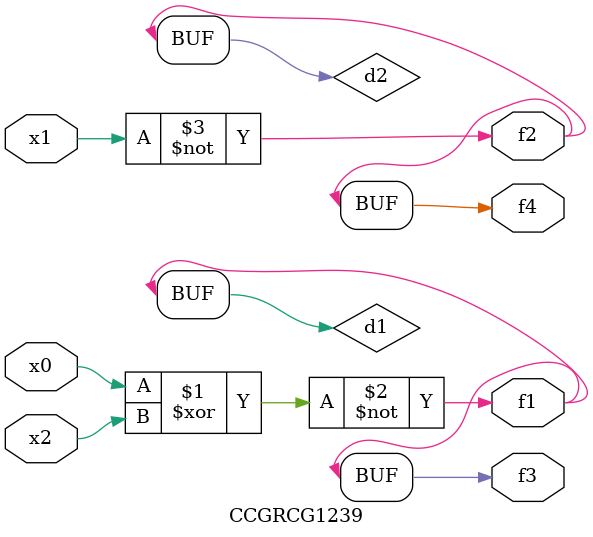
<source format=v>
module CCGRCG1239(
	input x0, x1, x2,
	output f1, f2, f3, f4
);

	wire d1, d2, d3;

	xnor (d1, x0, x2);
	nand (d2, x1);
	nor (d3, x1, x2);
	assign f1 = d1;
	assign f2 = d2;
	assign f3 = d1;
	assign f4 = d2;
endmodule

</source>
